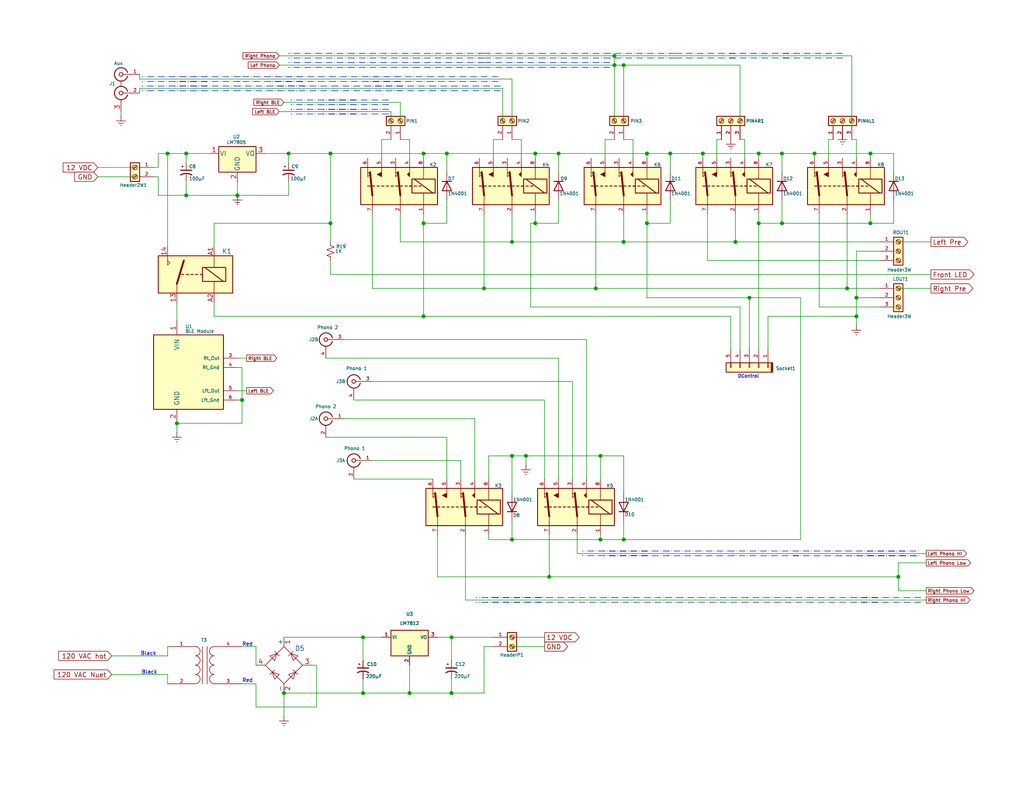
<source format=kicad_sch>
(kicad_sch (version 20250114) (generator "eeschema") (generator_version "9.0")
  (paper "USLetter")
  (lib_symbols
    (symbol "Conn_01x02_1" (pin_names (offset 1.016) (hide yes))
      (property "Reference" "PIN1" (at 2.286 -2.794 90))
      (symbol "Conn_01x02_1_1_1"
        (pin passive line (at -5.08 0 0) (length 3.81) (name "Pin_1") (number "1"))
        (pin passive line (at -5.08 -2.54 0) (length 3.81) (name "Pin_2") (number "2"))
      )
    )
    (symbol "Conn_Coaxial_x2_Isolated_1" (pin_names (offset 1.016) (hide yes))
      (property "Reference" "J1" (at -0.254 5.588 0))
      (property "Value" "Phono1" (at -0.3174 3.81 0))
      (symbol "Conn_Coaxial_x2_Isolated_1_1_1"
        (pin output line (at -5.08 0 0) (length 2.54) (name "In1") (number "1"))
        (pin passive line (at 0 -5.08 90) (length 2.54) (name "Ext1") (number "2"))
      )
      (symbol "Conn_Coaxial_x2_Isolated_1_2_1"
        (pin output line (at -5.08 0 0) (length 2.54) (name "In2") (number "3"))
        (pin passive line (at 0 -5.08 90) (length 2.54) (name "Ext2") (number "4"))
      )
    )
    (symbol "Connector:Conn_Coaxial_x2" (pin_names (offset 1.016) (hide yes))
      (property "Reference" "J3" (at 1.524 0 0))
      (property "Value" "Aux" (at -0.508 5.588 0))
      (symbol "Conn_Coaxial_x2_1_1"
        (pin passive line (at -5.08 2.54 0) (length 2.54) (name "IN1") (number "1"))
        (pin passive line (at -5.08 -2.54 0) (length 2.54) (name "IN2") (number "2"))
        (pin passive line (at 0 -7.62 90) (length 2.54) (name "EXT") (number "3"))
      )
    )
    (symbol "Connector:Conn_Coaxial_x2_Isolated" (pin_names (offset 1.016) (hide yes))
      (property "Reference" "J1" (at -0.254 5.588 0))
      (property "Value" "Phono1" (at -0.3174 3.81 0))
      (symbol "Conn_Coaxial_x2_Isolated_1_1"
        (pin output line (at -5.08 0 0) (length 2.54) (name "In1") (number "1"))
        (pin passive line (at 0 -5.08 90) (length 2.54) (name "Ext1") (number "2"))
      )
      (symbol "Conn_Coaxial_x2_Isolated_2_1"
        (pin output line (at -5.08 0 0) (length 2.54) (name "In2") (number "3"))
        (pin passive line (at 0 -5.08 90) (length 2.54) (name "Ext2") (number "4"))
      )
    )
    (symbol "Connector:Screw_Terminal_01x02" (pin_names (offset 1.016) (hide yes))
      (property "Reference" "Header2W" (at -3.302 -4.826 0))
      (symbol "Screw_Terminal_01x02_1_1"
        (pin passive line (at -5.08 0 0) (length 3.81) (name "Pin_1") (number "1"))
        (pin passive line (at -5.08 -2.54 0) (length 3.81) (name "Pin_2") (number "2"))
      )
    )
    (symbol "Connector:Screw_Terminal_01x03" (pin_names (offset 1.016) (hide yes))
      (property "Reference" "ROUT" (at -1.524 5.08 0))
      (property "Value" "Header3W" (at -3.048 -5.08 0))
      (symbol "Screw_Terminal_01x03_1_1"
        (pin passive line (at -5.08 2.54 0) (length 3.81) (name "Pin_1") (number "1"))
        (pin passive line (at -5.08 0 0) (length 3.81) (name "Pin_2") (number "2"))
        (pin passive line (at -5.08 -2.54 0) (length 3.81) (name "Pin_3") (number "3"))
      )
    )
    (symbol "Connector_keyed_kicad_sym:Conn_01x05" (pin_names (offset 1.016) (hide yes))
      (property "Reference" "J" (at -0.3703 7.2081 0))
      (property "Value" "Conn_01x05" (at 0 -7.62 0))
      (symbol "Conn_01x05_1_1"
        (pin passive line (at -5.08 5.08 0) (length 3.81) (name "Pin_1") (number "1"))
        (pin passive line (at -5.08 2.54 0) (length 3.81) (name "Pin_2") (number "2"))
        (pin passive line (at -5.08 0 0) (length 3.81) (name "Pin_3") (number "3"))
        (pin passive line (at -5.08 -2.54 0) (length 3.81) (name "Pin_4") (number "4"))
        (pin passive line (at -5.08 -5.08 0) (length 3.81) (name "Pin_5") (number "5"))
      )
    )
    (symbol "Device:C_Polarized_Small_US" (pin_numbers (hide yes)) (pin_names (offset 0.254) (hide yes))
      (property "Reference" "C" (at 0.254 1.778 0))
      (property "Value" "C_Polarized_Small_US" (at 0.254 -2.032 0))
      (symbol "C_Polarized_Small_US_1_1"
        (pin passive line (at 0 2.54 270) (length 2.032) (name "~") (number "1"))
        (pin passive line (at 0 -2.54 90) (length 2.032) (name "~") (number "2"))
      )
    )
    (symbol "Device:Transformer_1P_1S" (pin_names (offset 1.016) (hide yes))
      (property "Reference" "T2" (at 0.0127 7.62 0))
      (symbol "Transformer_1P_1S_1_1"
        (pin passive line (at -10.16 5.08 0) (length 7.62) (name "AA") (number "1"))
        (pin passive line (at -10.16 -5.08 0) (length 7.62) (name "AB") (number "2"))
        (pin passive line (at 10.16 5.08 180) (length 7.62) (name "SB") (number "4"))
        (pin passive line (at 10.16 -5.08 180) (length 7.62) (name "SA") (number "3"))
      )
    )
    (symbol "Diode:1N4001" (pin_numbers (hide yes)) (pin_names (hide yes))
      (property "Reference" "D" (at 0 2.54 0))
      (property "Value" "1N4001" (at 0 -2.54 0))
      (symbol "1N4001_1_1"
        (pin passive line (at -3.81 0 0) (length 2.54) (name "K") (number "1"))
        (pin passive line (at 3.81 0 180) (length 2.54) (name "A") (number "2"))
      )
    )
    (symbol "Diode_Bridge:ABS2" (pin_names (offset 0))
      (property "Reference" "D" (at 2.54 6.985 0))
      (property "Value" "ABS2" (at 2.54 5.08 0))
      (symbol "ABS2_1_1"
        (pin passive line (at -7.62 0 0) (length 2.54) (name "-") (number "2"))
        (pin passive line (at 0 7.62 270) (length 2.54) (name "~") (number "4"))
        (pin passive line (at 0 -7.62 90) (length 2.54) (name "~") (number "3"))
        (pin passive line (at 7.62 0 180) (length 2.54) (name "+") (number "1"))
      )
    )
    (symbol "JW2_2"
      (property "Reference" "K2" (at -12.192 4.318 0))
      (symbol "JW2_2_1_1"
        (pin passive line (at -6.35 7.62 270) (length 2.54) (name "~") (number "8"))
        (pin passive line (at -6.35 -7.62 90) (length 2.54) (name "~") (number "1"))
        (pin passive line (at -2.54 7.62 270) (length 2.54) (name "~") (number "4"))
        (pin passive line (at 0 -7.62 90) (length 2.54) (name "~") (number "2"))
        (pin passive line (at 1.27 7.62 270) (length 2.54) (name "~") (number "3"))
        (pin passive line (at 5.08 7.62 270) (length 2.54) (name "~") (number "5"))
        (pin passive line (at 7.62 -7.62 90) (length 2.54) (name "~") (number "7"))
        (pin passive line (at 8.89 7.62 270) (length 2.54) (name "~") (number "6"))
      )
    )
    (symbol "RF_Bluetooth:SPBTLE-RF" (pin_names (offset 1.016))
      (property "Reference" "U5" (at -9.144 11.176 0))
      (property "Value" "BLE Module" (at -9.144 9.906 0))
      (symbol "SPBTLE-RF_1_1"
        (pin power_in line (at -11.43 12.7 270) (length 3.81) (name "VIN") (number "1"))
        (pin power_in line (at -11.43 -15.24 90) (length 3.81) (name "GND") (number "2"))
        (pin output line (at 5.08 2.54 180) (length 3.81) (name "Rt_Out") (number "3"))
        (pin bidirectional line (at 5.08 0 180) (length 3.81) (name "Rt_Gnd") (number "4"))
        (pin output line (at 5.08 -6.35 180) (length 3.81) (name "Lft_Out") (number "5"))
        (pin bidirectional line (at 5.08 -8.89 180) (length 3.81) (name "Lft_Gnd") (number "6"))
      )
    )
    (symbol "Regulator_Linear:LM7805_TO220" (pin_names (offset 0.254))
      (property "Reference" "U" (at -3.81 3.175 0))
      (property "Value" "LM7805_TO220" (at 0 3.175 0))
      (symbol "LM7805_TO220_1_1"
        (pin power_in line (at -7.62 0 0) (length 2.54) (name "VI") (number "1"))
        (pin power_in line (at 0 -7.62 90) (length 2.54) (name "GND") (number "2"))
        (pin power_out line (at 7.62 0 180) (length 2.54) (name "VO") (number "3"))
      )
    )
    (symbol "Regulator_Linear:LM7812_TO220" (pin_names (offset 0.254))
      (property "Reference" "U4" (at 0 6.35 0))
      (property "Value" "LM7812" (at 0 3.81 0))
      (symbol "LM7812_TO220_1_1"
        (pin power_in line (at -7.62 0 0) (length 2.54) (name "VI") (number "1"))
        (pin power_in line (at 0 -7.62 90) (length 2.54) (name "GND") (number "2"))
        (pin power_out line (at 7.62 0 180) (length 2.54) (name "VO") (number "3"))
      )
    )
    (symbol "Relay:Fujitsu_FTR-LYAA005x"
      (property "Reference" "K" (at 11.43 3.81 0))
      (property "Value" "Fujitsu_FTR-LYAA005x" (at 11.43 1.27 0))
      (symbol "Fujitsu_FTR-LYAA005x_1_1"
        (pin passive line (at -5.08 7.62 270) (length 2.54) (name "~") (number "A1"))
        (pin passive line (at -5.08 -7.62 90) (length 2.54) (name "~") (number "A2"))
        (pin passive line (at 5.08 -7.62 90) (length 2.54) (name "~") (number "13"))
        (pin passive line (at 7.62 7.62 270) (length 2.54) (name "~") (number "14"))
      )
    )
    (symbol "Resistors:R_Small_US" (pin_numbers (hide yes)) (pin_names (offset 0.254) (hide yes))
      (property "Reference" "R" (at 0.762 0.508 0))
      (property "Value" "R_Small_US" (at 0.762 -1.016 0))
      (symbol "R_Small_US_1_1"
        (pin passive line (at 0 2.54 270) (length 1.016) (name "~") (number "1"))
        (pin passive line (at 0 -2.54 90) (length 1.016) (name "~") (number "2"))
      )
    )
    (symbol "Screw_Terminal_01x02_1" (pin_names (offset 1.016) (hide yes))
      (property "Reference" "PIN1" (at 2.286 -2.794 90))
      (symbol "Screw_Terminal_01x02_1_1_1"
        (pin passive line (at -5.08 0 0) (length 3.81) (name "Pin_1") (number "1"))
        (pin passive line (at -5.08 -2.54 0) (length 3.81) (name "Pin_2") (number "2"))
      )
    )
    (symbol "power:GNDREF" (power) (pin_numbers (hide yes)) (pin_names (offset 0) (hide yes))
      (property "Value" "GNDREF" (at 0 -3.81 0))
      (symbol "GNDREF_1_1"
        (pin power_in line (at 0 0 270) (length 0) (name "~") (number "1"))
      )
    )
  )
  (text "DControl" (at 204.216 102.87 0) (effects (font (size 0.889 0.889))))
  (text "Black" (at 38.354 178.562 0) (effects (font (size 1.016 1.016)) (justify left)))
  (text "Red" (at 66.04 176.022 0) (effects (font (size 1.016 1.016)) (justify left)))
  (text "Black" (at 38.608 183.642 0) (effects (font (size 1.016 1.016)) (justify left)))
  (text "Red" (at 66.04 185.928 0) (effects (font (size 1.016 1.016)) (justify left)))
  (junction (at 245.11 157.48))
  (junction (at 207.01 60.96))
  (junction (at 146.05 60.96))
  (junction (at 237.49 60.96))
  (junction (at 213.36 41.91))
  (junction (at 170.18 147.32))
  (junction (at 139.7 66.04))
  (junction (at 115.57 41.91))
  (junction (at 64.77 53.34))
  (junction (at 176.53 41.91))
  (junction (at 90.17 41.91))
  (junction (at 45.72 41.91))
  (junction (at 213.36 60.96))
  (junction (at 152.4 41.91))
  (junction (at 99.06 173.99))
  (junction (at 231.14 78.74))
  (junction (at 111.76 189.23))
  (junction (at 167.64 17.78))
  (junction (at 139.7 147.32))
  (junction (at 237.49 41.91))
  (junction (at 204.47 81.28))
  (junction (at 66.04 109.22))
  (junction (at 191.77 41.91))
  (junction (at 233.68 86.36))
  (junction (at 222.25 41.91))
  (junction (at 132.08 78.74))
  (junction (at 115.57 86.36))
  (junction (at 139.7 124.46))
  (junction (at 170.18 17.78))
  (junction (at 143.51 124.46))
  (junction (at 176.53 60.96))
  (junction (at 78.74 41.91))
  (junction (at 170.18 66.04))
  (junction (at 115.57 60.96))
  (junction (at 90.17 60.96))
  (junction (at 77.47 189.23))
  (junction (at 123.19 189.23))
  (junction (at 121.92 41.91))
  (junction (at 163.83 124.46))
  (junction (at 48.26 115.57))
  (junction (at 50.8 41.91))
  (junction (at 123.19 173.99))
  (junction (at 149.86 157.48))
  (junction (at 200.66 66.04))
  (junction (at 207.01 41.91))
  (junction (at 50.8 53.34))
  (junction (at 163.83 147.32))
  (junction (at 167.64 15.24))
  (junction (at 162.56 78.74))
  (junction (at 99.06 189.23))
  (junction (at 182.88 41.91))
  (junction (at 146.05 41.91))
  (junction (at 233.68 81.28))
  (polyline (pts (xy 92.075 23.495) (xy 74.295 23.495)) (stroke (width 0) (type dash_dot)))
  (wire (pts (xy 218.44 147.32) (xy 218.44 81.28)))
  (wire (pts (xy 201.93 17.78) (xy 201.93 33.02)))
  (wire (pts (xy 176.53 41.91) (xy 176.53 43.18)))
  (wire (pts (xy 233.68 86.36) (xy 233.68 88.9)))
  (wire (pts (xy 139.7 66.04) (xy 170.18 66.04)))
  (wire (pts (xy 88.9 119.38) (xy 121.92 119.38)))
  (wire (pts (xy 115.57 86.36) (xy 199.39 86.36)))
  (polyline (pts (xy 65.405 24.765) (xy 47.625 24.765)) (stroke (width 0) (type dash_dot)))
  (polyline (pts (xy 132.0748 17.1004) (xy 114.2948 17.1004)) (stroke (width 0) (type dash_dot)))
  (polyline (pts (xy 184.1448 14.5604) (xy 166.3648 14.5604)) (stroke (width 0) (type dash_dot)))
  (wire (pts (xy 106.68 30.48) (xy 106.68 33.02)))
  (polyline (pts (xy 236.6826 151.7376) (xy 251.2876 151.7376)) (stroke (width 0) (type dash_dot)))
  (polyline (pts (xy 166.3648 15.8304) (xy 148.5848 15.8304)) (stroke (width 0) (type dash_dot)))
  (wire (pts (xy 139.7 38.1) (xy 142.24 38.1)))
  (wire (pts (xy 163.83 147.32) (xy 170.18 147.32)))
  (wire (pts (xy 129.54 114.3) (xy 129.54 130.81)))
  (wire (pts (xy 218.44 81.28) (xy 204.47 81.28)))
  (wire (pts (xy 58.42 60.96) (xy 90.17 60.96)))
  (wire (pts (xy 90.17 71.12) (xy 90.17 74.93)))
  (polyline (pts (xy 106.045 29.845) (xy 88.265 29.845)) (stroke (width 0) (type dash_dot)))
  (wire (pts (xy 64.77 100.33) (xy 66.04 100.33)))
  (wire (pts (xy 69.85 176.53) (xy 69.85 181.61)))
  (wire (pts (xy 50.8 53.34) (xy 43.18 53.34)))
  (polyline (pts (xy 148.5848 18.3704) (xy 130.8048 18.3704)) (stroke (width 0) (type dash_dot)))
  (wire (pts (xy 200.66 66.04) (xy 240.03 66.04)))
  (wire (pts (xy 245.11 161.29) (xy 252.73 161.29)))
  (wire (pts (xy 26.67 45.72) (xy 36.83 45.72)))
  (polyline (pts (xy 184.1448 15.8304) (xy 166.3648 15.8304)) (stroke (width 0) (type dash_dot)))
  (wire (pts (xy 134.62 38.1) (xy 137.16 38.1)))
  (wire (pts (xy 143.51 124.46) (xy 163.83 124.46)))
  (wire (pts (xy 139.7 176.53) (xy 148.59 176.53)))
  (polyline (pts (xy 96.5148 18.3704) (xy 78.7348 18.3704)) (stroke (width 0) (type dash_dot)))
  (wire (pts (xy 77.47 173.99) (xy 99.06 173.99)))
  (polyline (pts (xy 109.855 24.765) (xy 92.075 24.765)) (stroke (width 0) (type dash_dot)))
  (wire (pts (xy 146.05 58.42) (xy 146.05 60.96)))
  (wire (pts (xy 99.06 189.23) (xy 111.76 189.23)))
  (wire (pts (xy 146.05 60.96) (xy 152.4 60.96)))
  (wire (pts (xy 139.7 21.59) (xy 139.7 33.02)))
  (wire (pts (xy 50.8 41.91) (xy 57.15 41.91)))
  (wire (pts (xy 213.36 46.99) (xy 213.36 41.91)))
  (wire (pts (xy 233.68 81.28) (xy 240.03 81.28)))
  (wire (pts (xy 237.49 60.96) (xy 243.84 60.96)))
  (polyline (pts (xy 182.551 150.4488) (xy 164.771 150.4488)) (stroke (width 0) (type dash_dot)))
  (wire (pts (xy 45.72 176.53) (xy 45.72 179.07)))
  (polyline (pts (xy 229.5963 151.7264) (xy 216.4176 151.7264)) (stroke (width 0) (type dash_dot)))
  (polyline (pts (xy 166.3648 17.1004) (xy 148.5848 17.1004)) (stroke (width 0) (type dash_dot)))
  (wire (pts (xy 64.77 53.34) (xy 78.74 53.34)))
  (wire (pts (xy 78.74 49.53) (xy 78.74 53.34)))
  (wire (pts (xy 167.64 15.24) (xy 167.64 17.78)))
  (polyline (pts (xy 56.515 22.225) (xy 38.735 22.225)) (stroke (width 0) (type dash_dot)))
  (wire (pts (xy 165.1 38.1) (xy 165.1 43.18)))
  (wire (pts (xy 196.85 38.1) (xy 195.58 38.1)))
  (polyline (pts (xy 251.2271 163.1587) (xy 233.4471 163.1587)) (stroke (width 0) (type dash_dot)))
  (polyline (pts (xy 200.1813 150.4504) (xy 182.4013 150.4504)) (stroke (width 0) (type dash_dot)))
  (wire (pts (xy 162.56 78.74) (xy 231.14 78.74)))
  (wire (pts (xy 139.7 58.42) (xy 139.7 66.04)))
  (wire (pts (xy 170.18 142.24) (xy 170.18 147.32)))
  (wire (pts (xy 43.18 48.26) (xy 43.18 53.34)))
  (wire (pts (xy 149.86 146.05) (xy 149.86 157.48)))
  (wire (pts (xy 207.01 58.42) (xy 207.01 60.96)))
  (wire (pts (xy 182.88 41.91) (xy 182.88 46.99)))
  (wire (pts (xy 144.78 60.96) (xy 144.78 83.82)))
  (wire (pts (xy 134.62 43.18) (xy 134.62 38.1)))
  (wire (pts (xy 233.68 38.1) (xy 233.68 43.18)))
  (wire (pts (xy 99.06 173.99) (xy 99.06 180.34)))
  (wire (pts (xy 157.48 151.13) (xy 252.73 151.13)))
  (wire (pts (xy 38.1 24.13) (xy 38.1 25.4)))
  (wire (pts (xy 64.77 53.34) (xy 64.77 55.88)))
  (polyline (pts (xy 166.3648 18.3704) (xy 148.5848 18.3704)) (stroke (width 0) (type dash_dot)))
  (wire (pts (xy 121.92 41.91) (xy 146.05 41.91)))
  (wire (pts (xy 207.01 41.91) (xy 213.36 41.91)))
  (wire (pts (xy 156.21 104.14) (xy 156.21 130.81)))
  (wire (pts (xy 43.18 41.91) (xy 45.72 41.91)))
  (wire (pts (xy 77.47 189.23) (xy 99.06 189.23)))
  (wire (pts (xy 231.14 78.74) (xy 231.14 58.42)))
  (wire (pts (xy 182.88 41.91) (xy 191.77 41.91)))
  (wire (pts (xy 133.35 147.32) (xy 139.7 147.32)))
  (wire (pts (xy 38.1 21.59) (xy 38.1 20.32)))
  (polyline (pts (xy 91.44 20.955) (xy 73.66 20.955)) (stroke (width 0) (type dash_dot)))
  (wire (pts (xy 160.02 130.81) (xy 160.02 92.71)))
  (wire (pts (xy 209.55 86.36) (xy 209.55 95.25)))
  (wire (pts (xy 86.36 193.04) (xy 86.36 181.61)))
  (wire (pts (xy 134.62 176.53) (xy 132.08 176.53)))
  (wire (pts (xy 111.76 189.23) (xy 123.19 189.23)))
  (wire (pts (xy 237.49 58.42) (xy 237.49 60.96)))
  (wire (pts (xy 182.88 54.61) (xy 182.88 60.96)))
  (wire (pts (xy 69.85 193.04) (xy 86.36 193.04)))
  (wire (pts (xy 96.52 130.81) (xy 118.11 130.81)))
  (wire (pts (xy 125.73 125.73) (xy 125.73 130.81)))
  (polyline (pts (xy 91.44 22.225) (xy 73.66 22.225)) (stroke (width 0) (type dash_dot)))
  (polyline (pts (xy 96.5148 14.5604) (xy 78.7348 14.5604)) (stroke (width 0) (type dash_dot)))
  (polyline (pts (xy 217.9613 151.7204) (xy 200.1813 151.7204)) (stroke (width 0) (type dash_dot)))
  (polyline (pts (xy 114.2948 17.1004) (xy 96.5148 17.1004)) (stroke (width 0) (type dash_dot)))
  (wire (pts (xy 133.35 130.81) (xy 133.35 124.46)))
  (polyline (pts (xy 56.515 24.765) (xy 38.735 24.765)) (stroke (width 0) (type dash_dot)))
  (wire (pts (xy 167.64 17.78) (xy 170.18 17.78)))
  (wire (pts (xy 203.2 38.1) (xy 203.2 43.18)))
  (wire (pts (xy 209.55 86.36) (xy 233.68 86.36)))
  (polyline (pts (xy 92.075 24.765) (xy 74.295 24.765)) (stroke (width 0) (type dash_dot)))
  (polyline (pts (xy 150.6513 164.4204) (xy 132.8713 164.4204)) (stroke (width 0) (type dash_dot)))
  (wire (pts (xy 101.6 78.74) (xy 132.08 78.74)))
  (wire (pts (xy 48.26 115.57) (xy 66.04 115.57)))
  (wire (pts (xy 170.18 17.78) (xy 170.18 33.02)))
  (wire (pts (xy 132.08 58.42) (xy 132.08 78.74)))
  (wire (pts (xy 199.39 95.25) (xy 199.39 86.36)))
  (wire (pts (xy 58.42 67.31) (xy 58.42 60.96)))
  (wire (pts (xy 245.11 157.48) (xy 245.11 161.29)))
  (polyline (pts (xy 186.2113 164.4204) (xy 168.4313 164.4204)) (stroke (width 0) (type dash_dot)))
  (polyline (pts (xy 166.3648 14.5604) (xy 148.5848 14.5604)) (stroke (width 0) (type dash_dot)))
  (wire (pts (xy 30.48 179.07) (xy 45.72 179.07)))
  (wire (pts (xy 90.17 41.91) (xy 90.17 60.96)))
  (wire (pts (xy 66.04 109.22) (xy 66.04 115.57)))
  (wire (pts (xy 115.57 58.42) (xy 115.57 60.96)))
  (wire (pts (xy 207.01 60.96) (xy 207.01 95.25)))
  (wire (pts (xy 240.03 71.12) (xy 193.04 71.12)))
  (wire (pts (xy 163.83 124.46) (xy 170.18 124.46)))
  (wire (pts (xy 72.39 41.91) (xy 78.74 41.91)))
  (polyline (pts (xy 148.5848 17.1004) (xy 130.8048 17.1004)) (stroke (width 0) (type dash_dot)))
  (wire (pts (xy 45.72 41.91) (xy 45.72 67.31)))
  (wire (pts (xy 232.41 38.1) (xy 233.68 38.1)))
  (wire (pts (xy 133.35 124.46) (xy 139.7 124.46)))
  (polyline (pts (xy 176.6619 151.7037) (xy 158.8819 151.7037)) (stroke (width 0) (type dash_dot)))
  (wire (pts (xy 231.14 78.74) (xy 240.03 78.74)))
  (polyline (pts (xy 106.045 31.115) (xy 88.265 31.115)) (stroke (width 0) (type dash_dot)))
  (polyline (pts (xy 118.11 22.225) (xy 100.33 22.225)) (stroke (width 0) (type dash_dot)))
  (wire (pts (xy 123.19 180.34) (xy 123.19 173.99)))
  (wire (pts (xy 133.35 146.05) (xy 133.35 147.32)))
  (wire (pts (xy 201.93 83.82) (xy 201.93 95.25)))
  (wire (pts (xy 76.2 15.24) (xy 167.64 15.24)))
  (polyline (pts (xy 215.317 15.8212) (xy 198.807 15.8212)) (stroke (width 0) (type dash_dot)))
  (wire (pts (xy 139.7 124.46) (xy 139.7 134.62)))
  (polyline (pts (xy 82.55 22.225) (xy 64.77 22.225)) (stroke (width 0) (type dash_dot)))
  (wire (pts (xy 115.57 41.91) (xy 115.57 43.18)))
  (wire (pts (xy 119.38 146.05) (xy 119.38 157.48)))
  (polyline (pts (xy 83.185 24.765) (xy 65.405 24.765)) (stroke (width 0) (type dash_dot)))
  (polyline (pts (xy 132.0748 14.5604) (xy 114.2948 14.5604)) (stroke (width 0) (type dash_dot)))
  (wire (pts (xy 123.19 173.99) (xy 134.62 173.99)))
  (wire (pts (xy 152.4 41.91) (xy 176.53 41.91)))
  (polyline (pts (xy 150.6513 163.1504) (xy 132.8713 163.1504)) (stroke (width 0) (type dash_dot)))
  (wire (pts (xy 163.83 124.46) (xy 163.83 130.81)))
  (wire (pts (xy 90.17 60.96) (xy 90.17 66.04)))
  (wire (pts (xy 96.52 109.22) (xy 148.59 109.22)))
  (polyline (pts (xy 200.1813 151.7204) (xy 182.4013 151.7204)) (stroke (width 0) (type dash_dot)))
  (polyline (pts (xy 247.1491 151.7342) (xy 229.3691 151.7342)) (stroke (width 0) (type dash_dot)))
  (wire (pts (xy 176.53 60.96) (xy 182.88 60.96)))
  (wire (pts (xy 170.18 58.42) (xy 170.18 66.04)))
  (polyline (pts (xy 251.2373 164.4341) (xy 233.4573 164.4341)) (stroke (width 0) (type dash_dot)))
  (wire (pts (xy 48.26 115.57) (xy 48.26 118.11)))
  (polyline (pts (xy 135.89 20.955) (xy 118.11 20.955)) (stroke (width 0) (type dash_dot)))
  (wire (pts (xy 245.11 153.67) (xy 245.11 157.48)))
  (polyline (pts (xy 132.0748 15.8304) (xy 114.2948 15.8304)) (stroke (width 0) (type dash_dot)))
  (polyline (pts (xy 182.551 151.719) (xy 164.771 151.719)) (stroke (width 0) (type dash_dot)))
  (wire (pts (xy 152.4 54.61) (xy 152.4 60.96)))
  (wire (pts (xy 58.42 86.36) (xy 115.57 86.36)))
  (wire (pts (xy 176.53 58.42) (xy 176.53 60.96)))
  (polyline (pts (xy 109.22 22.225) (xy 91.44 22.225)) (stroke (width 0) (type dash_dot)))
  (wire (pts (xy 132.08 78.74) (xy 162.56 78.74)))
  (wire (pts (xy 45.72 41.91) (xy 50.8 41.91)))
  (polyline (pts (xy 176.6772 150.4488) (xy 158.8972 150.4488)) (stroke (width 0) (type dash_dot)))
  (wire (pts (xy 233.68 68.58) (xy 233.68 81.28)))
  (wire (pts (xy 64.77 49.53) (xy 64.77 53.34)))
  (wire (pts (xy 101.6 58.42) (xy 101.6 78.74)))
  (polyline (pts (xy 250.028 151.7416) (xy 232.6001 151.7416)) (stroke (width 0) (type dash_dot)))
  (wire (pts (xy 222.25 41.91) (xy 237.49 41.91)))
  (wire (pts (xy 170.18 66.04) (xy 200.66 66.04)))
  (polyline (pts (xy 147.7207 163.1493) (xy 129.9407 163.1493)) (stroke (width 0) (type dash_dot)))
  (wire (pts (xy 243.84 54.61) (xy 243.84 60.96)))
  (wire (pts (xy 191.77 41.91) (xy 207.01 41.91)))
  (polyline (pts (xy 114.2948 18.3704) (xy 96.5148 18.3704)) (stroke (width 0) (type dash_dot)))
  (wire (pts (xy 139.7 142.24) (xy 139.7 147.32)))
  (wire (pts (xy 64.77 97.79) (xy 67.31 97.79)))
  (wire (pts (xy 121.92 41.91) (xy 121.92 46.99)))
  (wire (pts (xy 148.59 109.22) (xy 148.59 130.81)))
  (wire (pts (xy 157.48 146.05) (xy 157.48 151.13)))
  (wire (pts (xy 26.67 48.26) (xy 36.83 48.26)))
  (polyline (pts (xy 203.9913 164.4204) (xy 186.2113 164.4204)) (stroke (width 0) (type dash_dot)))
  (wire (pts (xy 176.53 41.91) (xy 182.88 41.91)))
  (polyline (pts (xy 109.855 23.495) (xy 92.075 23.495)) (stroke (width 0) (type dash_dot)))
  (wire (pts (xy 237.49 41.91) (xy 243.84 41.91)))
  (polyline (pts (xy 132.0748 18.3704) (xy 114.2948 18.3704)) (stroke (width 0) (type dash_dot)))
  (polyline (pts (xy 229.9405 15.8212) (xy 213.4305 15.8212)) (stroke (width 0) (type dash_dot)))
  (wire (pts (xy 213.36 54.61) (xy 213.36 60.96)))
  (wire (pts (xy 222.25 41.91) (xy 222.25 43.18)))
  (wire (pts (xy 176.53 81.28) (xy 204.47 81.28)))
  (wire (pts (xy 123.19 185.42) (xy 123.19 189.23)))
  (wire (pts (xy 104.14 43.18) (xy 104.14 38.1)))
  (wire (pts (xy 200.66 58.42) (xy 200.66 66.04)))
  (polyline (pts (xy 106.045 27.305) (xy 88.265 27.305)) (stroke (width 0) (type dash_dot)))
  (wire (pts (xy 33.02 30.48) (xy 33.02 31.75)))
  (wire (pts (xy 195.58 38.1) (xy 195.58 43.18)))
  (wire (pts (xy 86.36 181.61) (xy 85.09 181.61)))
  (polyline (pts (xy 229.8906 14.5586) (xy 213.3806 14.5586)) (stroke (width 0) (type dash_dot)))
  (polyline (pts (xy 97.155 27.305) (xy 79.375 27.305)) (stroke (width 0) (type dash_dot)))
  (wire (pts (xy 41.91 48.26) (xy 43.18 48.26)))
  (wire (pts (xy 66.04 186.69) (xy 69.85 186.69)))
  (wire (pts (xy 163.83 146.05) (xy 163.83 147.32)))
  (polyline (pts (xy 96.5148 17.1004) (xy 78.7348 17.1004)) (stroke (width 0) (type dash_dot)))
  (polyline (pts (xy 236.5602 150.4497) (xy 251.1652 150.4497)) (stroke (width 0) (type dash_dot)))
  (wire (pts (xy 162.56 58.42) (xy 162.56 78.74)))
  (polyline (pts (xy 136.525 24.765) (xy 118.745 24.765)) (stroke (width 0) (type dash_dot)))
  (wire (pts (xy 139.7 124.46) (xy 143.51 124.46)))
  (wire (pts (xy 76.2 17.78) (xy 167.64 17.78)))
  (wire (pts (xy 152.4 130.81) (xy 152.4 97.79)))
  (polyline (pts (xy 65.405 23.495) (xy 47.625 23.495)) (stroke (width 0) (type dash_dot)))
  (wire (pts (xy 104.14 38.1) (xy 106.68 38.1)))
  (polyline (pts (xy 221.7713 163.1504) (xy 203.9913 163.1504)) (stroke (width 0) (type dash_dot)))
  (polyline (pts (xy 96.5148 15.8304) (xy 78.7348 15.8304)) (stroke (width 0) (type dash_dot)))
  (wire (pts (xy 115.57 41.91) (xy 121.92 41.91)))
  (wire (pts (xy 223.52 83.82) (xy 240.03 83.82)))
  (wire (pts (xy 101.6 125.73) (xy 125.73 125.73)))
  (wire (pts (xy 66.04 176.53) (xy 69.85 176.53)))
  (wire (pts (xy 99.06 185.42) (xy 99.06 189.23)))
  (polyline (pts (xy 118.11 20.955) (xy 100.33 20.955)) (stroke (width 0) (type dash_dot)))
  (wire (pts (xy 213.36 41.91) (xy 222.25 41.91)))
  (polyline (pts (xy 56.515 23.495) (xy 38.735 23.495)) (stroke (width 0) (type dash_dot)))
  (polyline (pts (xy 83.185 23.495) (xy 65.405 23.495)) (stroke (width 0) (type dash_dot)))
  (wire (pts (xy 58.42 82.55) (xy 58.42 86.36)))
  (wire (pts (xy 50.8 53.34) (xy 64.77 53.34)))
  (wire (pts (xy 90.17 74.93) (xy 254 74.93)))
  (polyline (pts (xy 106.045 28.575) (xy 88.265 28.575)) (stroke (width 0) (type dash_dot)))
  (wire (pts (xy 204.47 81.28) (xy 204.47 95.25)))
  (wire (pts (xy 207.01 41.91) (xy 207.01 43.18)))
  (polyline (pts (xy 239.5513 164.4204) (xy 221.7713 164.4204)) (stroke (width 0) (type dash_dot)))
  (wire (pts (xy 45.72 184.15) (xy 45.72 186.69)))
  (wire (pts (xy 146.05 41.91) (xy 152.4 41.91)))
  (wire (pts (xy 232.41 15.24) (xy 232.41 33.02)))
  (polyline (pts (xy 97.155 31.115) (xy 79.375 31.115)) (stroke (width 0) (type dash_dot)))
  (wire (pts (xy 213.36 60.96) (xy 237.49 60.96)))
  (wire (pts (xy 144.78 60.96) (xy 146.05 60.96)))
  (wire (pts (xy 78.74 41.91) (xy 78.74 44.45)))
  (wire (pts (xy 127 146.05) (xy 127 163.83)))
  (polyline (pts (xy 109.22 20.955) (xy 91.44 20.955)) (stroke (width 0) (type dash_dot)))
  (wire (pts (xy 48.26 82.55) (xy 48.26 87.63)))
  (wire (pts (xy 93.98 114.3) (xy 129.54 114.3)))
  (polyline (pts (xy 114.2948 15.8304) (xy 96.5148 15.8304)) (stroke (width 0) (type dash_dot)))
  (polyline (pts (xy 203.9913 163.1504) (xy 186.2113 163.1504)) (stroke (width 0) (type dash_dot)))
  (wire (pts (xy 170.18 134.62) (xy 170.18 124.46)))
  (wire (pts (xy 229.87 38.1) (xy 229.87 36.83)))
  (wire (pts (xy 165.1 38.1) (xy 167.64 38.1)))
  (polyline (pts (xy 221.7713 164.4204) (xy 203.9913 164.4204)) (stroke (width 0) (type dash_dot)))
  (wire (pts (xy 233.68 81.28) (xy 233.68 86.36)))
  (wire (pts (xy 170.18 38.1) (xy 172.72 38.1)))
  (wire (pts (xy 111.76 38.1) (xy 109.22 38.1)))
  (wire (pts (xy 167.64 15.24) (xy 232.41 15.24)))
  (wire (pts (xy 76.2 30.48) (xy 106.68 30.48)))
  (polyline (pts (xy 135.89 22.225) (xy 118.11 22.225)) (stroke (width 0) (type dash_dot)))
  (wire (pts (xy 193.04 71.12) (xy 193.04 58.42)))
  (wire (pts (xy 99.06 173.99) (xy 104.14 173.99)))
  (polyline (pts (xy 97.155 28.575) (xy 79.375 28.575)) (stroke (width 0) (type dash_dot)))
  (wire (pts (xy 64.77 106.68) (xy 67.31 106.68)))
  (wire (pts (xy 226.06 38.1) (xy 227.33 38.1)))
  (wire (pts (xy 152.4 46.99) (xy 152.4 41.91)))
  (polyline (pts (xy 200.6548 15.8304) (xy 184.1448 15.8304)) (stroke (width 0) (type dash_dot)))
  (wire (pts (xy 240.03 68.58) (xy 233.68 68.58)))
  (polyline (pts (xy 200.6548 14.5604) (xy 184.1448 14.5604)) (stroke (width 0) (type dash_dot)))
  (wire (pts (xy 243.84 46.99) (xy 243.84 41.91)))
  (polyline (pts (xy 114.2948 14.5604) (xy 96.5148 14.5604)) (stroke (width 0) (type dash_dot)))
  (wire (pts (xy 38.1 24.13) (xy 137.16 24.13)))
  (wire (pts (xy 109.22 58.42) (xy 109.22 66.04)))
  (wire (pts (xy 123.19 189.23) (xy 132.08 189.23)))
  (wire (pts (xy 172.72 38.1) (xy 172.72 43.18)))
  (wire (pts (xy 127 163.83) (xy 252.73 163.83)))
  (wire (pts (xy 111.76 181.61) (xy 111.76 189.23)))
  (wire (pts (xy 143.51 124.46) (xy 143.51 127)))
  (polyline (pts (xy 65.405 22.225) (xy 47.625 22.225)) (stroke (width 0) (type dash_dot)))
  (polyline (pts (xy 148.5848 14.5604) (xy 130.8048 14.5604)) (stroke (width 0) (type dash_dot)))
  (polyline (pts (xy 239.5513 163.1504) (xy 221.7713 163.1504)) (stroke (width 0) (type dash_dot)))
  (wire (pts (xy 38.1 21.59) (xy 139.7 21.59)))
  (wire (pts (xy 223.52 58.42) (xy 223.52 83.82)))
  (polyline (pts (xy 136.525 23.495) (xy 118.745 23.495)) (stroke (width 0) (type dash_dot)))
  (wire (pts (xy 139.7 173.99) (xy 148.59 173.99)))
  (wire (pts (xy 30.48 184.15) (xy 45.72 184.15)))
  (wire (pts (xy 144.78 83.82) (xy 201.93 83.82)))
  (wire (pts (xy 101.6 104.14) (xy 156.21 104.14)))
  (wire (pts (xy 109.22 27.94) (xy 109.22 33.02)))
  (wire (pts (xy 119.38 173.99) (xy 123.19 173.99)))
  (polyline (pts (xy 118.745 23.495) (xy 100.965 23.495)) (stroke (width 0) (type dash_dot)))
  (wire (pts (xy 77.47 189.23) (xy 77.47 195.58)))
  (wire (pts (xy 121.92 119.38) (xy 121.92 130.81)))
  (polyline (pts (xy 82.55 20.955) (xy 64.77 20.955)) (stroke (width 0) (type dash_dot)))
  (wire (pts (xy 142.24 43.18) (xy 142.24 38.1)))
  (polyline (pts (xy 229.5871 150.4486) (xy 218.3134 150.4486)) (stroke (width 0) (type dash_dot)))
  (wire (pts (xy 132.08 176.53) (xy 132.08 189.23)))
  (wire (pts (xy 50.8 41.91) (xy 50.8 44.45)))
  (wire (pts (xy 170.18 147.32) (xy 218.44 147.32)))
  (polyline (pts (xy 217.9613 150.4504) (xy 200.1813 150.4504)) (stroke (width 0) (type dash_dot)))
  (wire (pts (xy 115.57 60.96) (xy 115.57 86.36)))
  (wire (pts (xy 226.06 38.1) (xy 226.06 43.18)))
  (wire (pts (xy 139.7 147.32) (xy 163.83 147.32)))
  (wire (pts (xy 78.74 41.91) (xy 90.17 41.91)))
  (polyline (pts (xy 168.4313 164.4204) (xy 150.6513 164.4204)) (stroke (width 0) (type dash_dot)))
  (wire (pts (xy 245.11 78.74) (xy 254 78.74)))
  (wire (pts (xy 149.86 157.48) (xy 245.11 157.48)))
  (wire (pts (xy 191.77 41.91) (xy 191.77 43.18)))
  (wire (pts (xy 146.05 41.91) (xy 146.05 43.18)))
  (polyline (pts (xy 97.155 29.845) (xy 79.375 29.845)) (stroke (width 0) (type dash_dot)))
  (wire (pts (xy 167.64 17.78) (xy 167.64 33.02)))
  (wire (pts (xy 90.17 41.91) (xy 115.57 41.91)))
  (wire (pts (xy 207.01 60.96) (xy 213.36 60.96)))
  (wire (pts (xy 50.8 49.53) (xy 50.8 53.34)))
  (wire (pts (xy 43.18 41.91) (xy 43.18 45.72)))
  (polyline (pts (xy 186.2113 163.1504) (xy 168.4313 163.1504)) (stroke (width 0) (type dash_dot)))
  (polyline (pts (xy 247.015 150.4486) (xy 229.5871 150.4486)) (stroke (width 0) (type dash_dot)))
  (wire (pts (xy 245.11 153.67) (xy 252.73 153.67)))
  (wire (pts (xy 66.04 100.33) (xy 66.04 109.22)))
  (polyline (pts (xy 56.515 20.955) (xy 38.735 20.955)) (stroke (width 0) (type dash_dot)))
  (wire (pts (xy 201.93 38.1) (xy 203.2 38.1)))
  (wire (pts (xy 88.9 97.79) (xy 152.4 97.79)))
  (wire (pts (xy 77.47 27.94) (xy 109.22 27.94)))
  (wire (pts (xy 121.92 54.61) (xy 121.92 60.96)))
  (polyline (pts (xy 148.5848 15.8304) (xy 130.8048 15.8304)) (stroke (width 0) (type dash_dot)))
  (wire (pts (xy 170.18 17.78) (xy 201.93 17.78)))
  (wire (pts (xy 119.38 157.48) (xy 149.86 157.48)))
  (wire (pts (xy 41.91 45.72) (xy 43.18 45.72)))
  (polyline (pts (xy 215.2671 14.5586) (xy 198.7571 14.5586)) (stroke (width 0) (type dash_dot)))
  (wire (pts (xy 237.49 41.91) (xy 237.49 43.18)))
  (wire (pts (xy 69.85 186.69) (xy 69.85 193.04)))
  (polyline (pts (xy 168.4313 163.1504) (xy 150.6513 163.1504)) (stroke (width 0) (type dash_dot)))
  (wire (pts (xy 245.11 66.04) (xy 254 66.04)))
  (wire (pts (xy 115.57 60.96) (xy 121.92 60.96)))
  (polyline (pts (xy 147.7207 164.4349) (xy 129.9407 164.4349)) (stroke (width 0) (type dash_dot)))
  (wire (pts (xy 93.98 92.71) (xy 160.02 92.71)))
  (wire (pts (xy 64.77 109.22) (xy 66.04 109.22)))
  (polyline (pts (xy 65.405 20.955) (xy 47.625 20.955)) (stroke (width 0) (type dash_dot)))
  (wire (pts (xy 176.53 60.96) (xy 176.53 81.28)))
  (wire (pts (xy 111.76 43.18) (xy 111.76 38.1)))
  (wire (pts (xy 109.22 66.04) (xy 139.7 66.04)))
  (wire (pts (xy 137.16 24.13) (xy 137.16 33.02)))
  (polyline (pts (xy 118.745 24.765) (xy 100.965 24.765)) (stroke (width 0) (type dash_dot)))
  (global_label "120 VAC Nuet" (shape input) (at 30.48 184.15 180) (property "Intersheetrefs" "${INTERSHEET_REFS}" (effects (hide yes))))
  (global_label "Right Phono Hi" (shape output) (at 252.73 163.83 0) (effects (font (size 0.889 0.889))) (property "Intersheetrefs" "${INTERSHEET_REFS}" (effects (hide yes))))
  (global_label "Left Phono Hi" (shape output) (at 252.73 151.13 0) (effects (font (size 0.889 0.889))) (property "Intersheetrefs" "${INTERSHEET_REFS}" (effects (hide yes))))
  (global_label "12 VDC" (shape output) (at 148.59 173.99 0) (property "Intersheetrefs" "${INTERSHEET_REFS}" (effects (hide yes))))
  (global_label "Right BLE" (shape output) (at 67.31 97.79 0) (effects (font (size 0.889 0.889))) (property "Intersheetrefs" "${INTERSHEET_REFS}" (effects (hide yes))))
  (global_label "Right Pre" (shape output) (at 254 78.74 0) (property "Intersheetrefs" "${INTERSHEET_REFS}" (effects (hide yes))))
  (global_label "Right BLE" (shape input) (at 77.47 27.94 180) (effects (font (size 0.889 0.889))) (property "Intersheetrefs" "${INTERSHEET_REFS}" (effects (hide yes))))
  (global_label "Left Pre" (shape output) (at 254 66.04 0) (property "Intersheetrefs" "${INTERSHEET_REFS}" (effects (hide yes))))
  (global_label "Left BLE" (shape output) (at 67.31 106.68 0) (effects (font (size 0.889 0.889))) (property "Intersheetrefs" "${INTERSHEET_REFS}" (effects (hide yes))))
  (global_label "Front LED" (shape output) (at 254 74.93 0) (property "Intersheetrefs" "${INTERSHEET_REFS}" (effects (hide yes))))
  (global_label "Lef Phono" (shape input) (at 76.2 17.78 180) (effects (font (size 0.889 0.889))) (property "Intersheetrefs" "${INTERSHEET_REFS}" (effects (hide yes))))
  (global_label "Right Phono Low" (shape output) (at 252.73 161.29 0) (effects (font (size 0.889 0.889))) (property "Intersheetrefs" "${INTERSHEET_REFS}" (effects (hide yes))))
  (global_label "Left Phono Low" (shape output) (at 252.73 153.67 0) (effects (font (size 0.889 0.889))) (property "Intersheetrefs" "${INTERSHEET_REFS}" (effects (hide yes))))
  (global_label "120 VAC hot" (shape input) (at 30.48 179.07 180) (property "Intersheetrefs" "${INTERSHEET_REFS}" (effects (hide yes))))
  (global_label "Right Phono" (shape input) (at 76.2 15.24 180) (effects (font (size 0.889 0.889))) (property "Intersheetrefs" "${INTERSHEET_REFS}" (effects (hide yes))))
  (global_label "Left BLE" (shape input) (at 76.2 30.48 180) (effects (font (size 0.889 0.889))) (property "Intersheetrefs" "${INTERSHEET_REFS}" (effects (hide yes))))
  (global_label "GND" (shape output) (at 148.59 176.53 0) (property "Intersheetrefs" "${INTERSHEET_REFS}" (effects (hide yes))))
  (global_label "12 VDC" (shape input) (at 26.67 45.72 180) (property "Intersheetrefs" "${INTERSHEET_REFS}" (effects (hide yes))))
  (global_label "GND" (shape input) (at 26.67 48.26 180) (property "Intersheetrefs" "${INTERSHEET_REFS}" (effects (hide yes))))
  (symbol (lib_id "power:GNDREF") (at 64.77 53.34 0) (unit 1)
    (property "Reference" "#PWR07" (effects (hide yes)))
    (property "Value" "GNDREF" (effects (hide yes)))
    (property "Description" "Power symbol creates a global label with name \"GNDREF\" , reference supply ground" (effects (hide yes)))
  )
  (symbol (lib_id "power:GNDREF") (at 77.47 195.58 0) (unit 1)
    (property "Reference" "#PWR015" (effects (hide yes)))
    (property "Value" "GNDREF" (effects (hide yes)))
    (property "Description" "Power symbol creates a global label with name \"GNDREF\" , reference supply ground" (effects (hide yes)))
  )
  (symbol (lib_id "Device:C_Polarized_Small_US") (at 99.06 182.88 0) (unit 1)
    (property "Reference" "C10" (at 100.076 181.356 0) (effects (font (size 0.889 0.889)) (justify left)))
    (property "Value" "220µF" (at 99.822 184.658 0) (effects (font (size 0.889 0.889)) (justify left)))
    (property "Description" "Polarized capacitor, small US symbol" (effects (hide yes)))
  )
  (symbol (lib_id "Device:C_Polarized_Small_US") (at 78.74 46.99 0) (unit 1)
    (property "Reference" "C9" (at 79.502 45.466 0) (effects (font (size 0.889 0.889)) (justify left)))
    (property "Value" "100µF" (at 79.248 48.768 0) (effects (font (size 0.889 0.889)) (justify left)))
    (property "Description" "Polarized capacitor, small US symbol" (effects (hide yes)))
  )
  (symbol (lib_id "Diode:1N4001") (at 170.18 138.43 270) (mirror x) (unit 1)
    (property "Reference" "D10" (at 170.434 140.462 90) (effects (font (size 0.889 0.889)) (justify left)))
    (property "Value" "1N4001" (at 170.434 136.398 90) (effects (font (size 0.889 0.889)) (justify left)))
    (property "Footprint" "Diode_THT:D_DO-41_SOD81_P10.16mm_Horizontal" (effects (hide yes)))
    (property "Datasheet" "http://www.vishay.com/docs/88503/1n4001.pdf" (effects (hide yes)))
    (property "Description" "50V 1A General Purpose Rectifier Diode, DO-41" (effects (hide yes)))
    (property "Sim.Device" "D" (effects (hide yes)))
    (property "Sim.Pins" "1=K 2=A" (effects (hide yes)))
  )
  (symbol (lib_id "Diode_Bridge:ABS2") (at 77.47 181.61 90) (unit 1)
    (property "Reference" "D5" (at 81.788 177.038 90))
    (property "Value" "ABS2" (effects (hide yes)))
    (property "Footprint" "Diode_SMD:Diode_Bridge_Diotec_ABS" (effects (hide yes)))
    (property "Datasheet" "https://diotec.com/tl_files/diotec/files/pdf/datasheets/abs2.pdf" (effects (hide yes)))
    (property "Description" "Miniature Glass Passivated Single-Phase Surface Mount Bridge Rectifiers, 140V Vrms, 0.8A If, ABS SMD package" (effects (hide yes)))
  )
  (symbol (lib_id "Connector_keyed_kicad_sym:Conn_01x05") (at 204.47 100.33 270) (unit 1)
    (property "Reference" "Socket1" (at 214.376 100.584 90) (effects (font (size 0.889 0.889))))
    (property "Value" "Conn_01x05" (effects (hide yes)))
    (property "Description" "Generic connector, single row, 01x05, script generated (kicad-library-utils/schlib/autogen/connector/)" (effects (hide yes)))
  )
  (symbol (lib_name "Conn_Coaxial_x2_Isolated_1") (lib_id "Connector:Conn_Coaxial_x2_Isolated") (at 96.52 104.14 0) (mirror y) (unit 2)
    (property "Reference" "J3" (at 92.964 104.14 0) (effects (font (size 0.889 0.889))))
    (property "Value" "Phono 1" (at 97.282 100.584 0) (effects (font (size 0.889 0.889))))
    (property "Description" "coaxial connector (BNC, SMA, SMB, SMC, Cinch/RCA, LEMO, ...)" (effects (hide yes)))
  )
  (symbol (lib_id "Connector:Conn_Coaxial_x2_Isolated") (at 96.52 125.73 0) (mirror y) (unit 1)
    (property "Reference" "J3" (at 92.964 125.73 0) (effects (font (size 0.889 0.889))))
    (property "Value" "Phono 1" (at 96.774 122.428 0) (effects (font (size 0.889 0.889))))
    (property "Description" "coaxial connector (BNC, SMA, SMB, SMC, Cinch/RCA, LEMO, ...)" (effects (hide yes)))
  )
  (symbol (lib_id "Diode:1N4001") (at 139.7 138.43 270) (mirror x) (unit 1)
    (property "Reference" "D8" (at 139.954 140.716 90) (effects (font (size 0.889 0.889)) (justify left)))
    (property "Value" "1N4001" (at 139.954 136.398 90) (effects (font (size 0.889 0.889)) (justify left)))
    (property "Footprint" "Diode_THT:D_DO-41_SOD81_P10.16mm_Horizontal" (effects (hide yes)))
    (property "Datasheet" "http://www.vishay.com/docs/88503/1n4001.pdf" (effects (hide yes)))
    (property "Description" "50V 1A General Purpose Rectifier Diode, DO-41" (effects (hide yes)))
    (property "Sim.Device" "D" (effects (hide yes)))
    (property "Sim.Pins" "1=K 2=A" (effects (hide yes)))
  )
  (symbol (lib_id "Connector:Screw_Terminal_01x02") (at 36.83 45.72 0) (mirror y) (unit 1)
    (property "Reference" "Header2W1" (at 40.132 50.546 0) (effects (font (size 0.889 0.889)) (justify left)))
    (property "Value" "Screw_Terminal_01x02" (effects (hide yes)))
    (property "Description" "Generic screw terminal, single row, 01x02, script generated (kicad-library-utils/schlib/autogen/connector/)" (effects (hide yes)))
  )
  (symbol (lib_id "Connector:Screw_Terminal_01x02") (at 139.7 173.99 0) (unit 1)
    (property "Reference" "HeaderP1" (at 136.398 178.816 0) (effects (font (size 0.889 0.889)) (justify left)))
    (property "Value" "Screw_Terminal_01x02" (effects (hide yes)))
    (property "Description" "Generic screw terminal, single row, 01x02, script generated (kicad-library-utils/schlib/autogen/connector/)" (effects (hide yes)))
  )
  (symbol (lib_id "Diode:1N4001") (at 121.92 50.8 270) (unit 1)
    (property "Reference" "D7" (at 122.174 48.768 90) (effects (font (size 0.889 0.889)) (justify left)))
    (property "Value" "1N4001" (at 122.174 52.832 90) (effects (font (size 0.889 0.889)) (justify left)))
    (property "Footprint" "Diode_THT:D_DO-41_SOD81_P10.16mm_Horizontal" (effects (hide yes)))
    (property "Datasheet" "http://www.vishay.com/docs/88503/1n4001.pdf" (effects (hide yes)))
    (property "Description" "50V 1A General Purpose Rectifier Diode, DO-41" (effects (hide yes)))
    (property "Sim.Device" "D" (effects (hide yes)))
    (property "Sim.Pins" "1=K 2=A" (effects (hide yes)))
  )
  (symbol (lib_id "Diode:1N4001") (at 152.4 50.8 270) (unit 1)
    (property "Reference" "D9" (at 152.908 48.768 90) (effects (font (size 0.889 0.889)) (justify left)))
    (property "Value" "1N4001" (at 152.654 52.832 90) (effects (font (size 0.889 0.889)) (justify left)))
    (property "Footprint" "Diode_THT:D_DO-41_SOD81_P10.16mm_Horizontal" (effects (hide yes)))
    (property "Datasheet" "http://www.vishay.com/docs/88503/1n4001.pdf" (effects (hide yes)))
    (property "Description" "50V 1A General Purpose Rectifier Diode, DO-41" (effects (hide yes)))
    (property "Sim.Device" "D" (effects (hide yes)))
    (property "Sim.Pins" "1=K 2=A" (effects (hide yes)))
  )
  (symbol (lib_id "Regulator_Linear:LM7805_TO220") (at 64.77 41.91 0) (unit 1)
    (property "Reference" "U2" (at 64.516 37.338 0) (effects (font (size 0.889 0.889))))
    (property "Value" "LM7805" (at 64.516 38.862 0) (effects (font (size 0.889 0.889))))
    (property "Footprint" "Package_TO_SOT_THT:TO-220-3_Vertical" (effects (hide yes)))
    (property "Datasheet" "https://www.onsemi.cn/PowerSolutions/document/MC7800-D.PDF" (effects (hide yes)))
    (property "Description" "Positive 1A 35V Linear Regulator, Fixed Output 5V, TO-220" (effects (hide yes)))
  )
  (symbol (lib_name "Conn_01x02_1") (lib_id "Connector_keyed_kicad_sym:Conn_01x02") (at 109.22 33.02 270) (mirror x) (unit 1)
    (property "Reference" "PIN1" (at 110.744 33.02 90) (effects (font (size 0.889 0.889)) (justify left)))
    (property "Value" "Screw_Terminal_01x02" (effects (hide yes)))
    (property "Description" "Generic screw terminal, single row, 01x02, script generated (kicad-library-utils/schlib/autogen/connector/)" (effects (hide yes)))
  )
  (symbol (lib_id "Connector:Conn_Coaxial_x2_Isolated") (at 88.9 114.3 0) (mirror y) (unit 1)
    (property "Reference" "J2" (at 85.598 114.3 0) (effects (font (size 0.889 0.889))))
    (property "Value" "Phono 2" (at 88.9 110.998 0) (effects (font (size 0.889 0.889))))
    (property "Description" "coaxial connector (BNC, SMA, SMB, SMC, Cinch/RCA, LEMO, ...)" (effects (hide yes)))
  )
  (symbol (lib_id "power:GNDREF") (at 33.02 31.75 0) (unit 1)
    (property "Reference" "#PWR021" (effects (hide yes)))
    (property "Value" "GNDREF" (effects (hide yes)))
    (property "Description" "Power symbol creates a global label with name \"GNDREF\" , reference supply ground" (effects (hide yes)))
  )
  (symbol (lib_id "Connector:Screw_Terminal_01x03") (at 245.11 81.28 0) (unit 1)
    (property "Reference" "LOUT1" (at 243.586 76.2 0) (effects (font (size 0.889 0.889)) (justify left)))
    (property "Value" "Header3W" (at 242.062 86.36 0) (effects (font (size 0.889 0.889)) (justify left)))
    (property "Description" "Generic screw terminal, single row, 01x03, script generated (kicad-library-utils/schlib/autogen/connector/)" (effects (hide yes)))
  )
  (symbol (lib_name "JW2_2") (lib_id "Relay:JW2") (at 127 138.43 0) (mirror y) (unit 1)
    (property "Reference" "K3" (at 136.906 132.588 0) (effects (font (size 0.889 0.889)) (justify left)))
    (property "Value" "JW2" (effects (hide yes)))
    (property "Footprint" "Relay_THT:Relay_DPDT_Panasonic_JW2" (effects (hide yes)))
    (property "Datasheet" "http://www3.panasonic.biz/ac/e_download/control/relay/power/catalog/mech_eng_jw.pdf?via=ok" (effects (hide yes)))
    (property "Description" "General Purpose Relay DPDT (2 Form C) Through Hole, Panasonic JW series" (effects (hide yes)))
  )
  (symbol (lib_id "Diode:1N4001") (at 213.36 50.8 270) (unit 1)
    (property "Reference" "D12" (at 213.614 48.768 90) (effects (font (size 0.889 0.889)) (justify left)))
    (property "Value" "1N4001" (at 213.614 52.832 90) (effects (font (size 0.889 0.889)) (justify left)))
    (property "Footprint" "Diode_THT:D_DO-41_SOD81_P10.16mm_Horizontal" (effects (hide yes)))
    (property "Datasheet" "http://www.vishay.com/docs/88503/1n4001.pdf" (effects (hide yes)))
    (property "Description" "50V 1A General Purpose Rectifier Diode, DO-41" (effects (hide yes)))
    (property "Sim.Device" "D" (effects (hide yes)))
    (property "Sim.Pins" "1=K 2=A" (effects (hide yes)))
  )
  (symbol (lib_id "Relay:Fujitsu_FTR-LYAA005x") (at 53.34 74.93 0) (mirror y) (unit 1)
    (property "Reference" "K1" (at 63.246 68.58 0) (effects (justify left)))
    (property "Value" "Fujitsu_FTR-LYAA005x" (effects (hide yes)))
    (property "Footprint" "Relay_THT:Relay_SPST-NO_Fujitsu_FTR-LYAA005x_FormA_Vertical" (effects (hide yes)))
    (property "Datasheet" "https://www.fujitsu.com/sg/imagesgig5/ftr-ly.pdf" (effects (hide yes)))
    (property "Description" "Relay, SPST Form A, vertical mount, 5-60V coil, 6A, 250VAC, 28 x 5 x 15mm" (effects (hide yes)))
  )
  (symbol (lib_id "Connector:Conn_Coaxial_x2") (at 33.02 22.86 0) (mirror y) (unit 1)
    (property "Reference" "J1" (at 31.496 22.86 0) (effects (font (size 0.889 0.889)) (justify left)))
    (property "Value" "Aux" (at 33.528 17.272 0) (effects (font (size 0.889 0.889)) (justify left)))
    (property "Description" "double coaxial connector (BNC, SMA, SMB, SMC, Cinch/RCA, LEMO, ...)" (effects (hide yes)))
  )
  (symbol (lib_name "Screw_Terminal_01x02_1") (lib_id "Connector:Screw_Terminal_01x02") (at 170.18 33.02 270) (mirror x) (unit 1)
    (property "Reference" "PIN3" (at 171.958 33.02 90) (effects (font (size 0.889 0.889)) (justify left)))
    (property "Value" "Screw_Terminal_01x02" (effects (hide yes)))
    (property "Description" "Generic screw terminal, single row, 01x02, script generated (kicad-library-utils/schlib/autogen/connector/)" (effects (hide yes)))
  )
  (symbol (lib_id "power:GNDREF") (at 48.26 118.11 0) (unit 1)
    (property "Reference" "#PWR01" (effects (hide yes)))
    (property "Value" "GNDREF" (effects (hide yes)))
    (property "Description" "Power symbol creates a global label with name \"GNDREF\" , reference supply ground" (effects (hide yes)))
  )
  (symbol (lib_id "Connector:Screw_Terminal_01x03") (at 245.11 68.58 0) (unit 1)
    (property "Reference" "ROUT1" (at 243.586 63.5 0) (effects (font (size 0.889 0.889)) (justify left)))
    (property "Value" "Header3W" (at 242.062 73.66 0) (effects (font (size 0.889 0.889)) (justify left)))
    (property "Description" "Generic screw terminal, single row, 01x03, script generated (kicad-library-utils/schlib/autogen/connector/)" (effects (hide yes)))
  )
  (symbol (lib_id "Connector:Screw_Terminal_01x03") (at 229.87 33.02 90) (unit 1)
    (property "Reference" "PIN4L1" (at 238.76 33.02 90) (effects (font (size 0.889 0.889)) (justify left)))
    (property "Value" "Header3W" (effects (hide yes)))
    (property "Description" "Generic screw terminal, single row, 01x03, script generated (kicad-library-utils/schlib/autogen/connector/)" (effects (hide yes)))
  )
  (symbol (lib_id "power:GNDREF") (at 143.51 127 0) (unit 1)
    (property "Reference" "#PWR024" (effects (hide yes)))
    (property "Value" "GNDREF" (effects (hide yes)))
    (property "Description" "Power symbol creates a global label with name \"GNDREF\" , reference supply ground" (effects (hide yes)))
  )
  (symbol (lib_id "Diode:1N4001") (at 243.84 50.8 270) (unit 1)
    (property "Reference" "D13" (at 244.094 48.768 90) (effects (font (size 0.889 0.889)) (justify left)))
    (property "Value" "1N4001" (at 244.094 52.832 90) (effects (font (size 0.889 0.889)) (justify left)))
    (property "Footprint" "Diode_THT:D_DO-41_SOD81_P10.16mm_Horizontal" (effects (hide yes)))
    (property "Datasheet" "http://www.vishay.com/docs/88503/1n4001.pdf" (effects (hide yes)))
    (property "Description" "50V 1A General Purpose Rectifier Diode, DO-41" (effects (hide yes)))
    (property "Sim.Device" "D" (effects (hide yes)))
    (property "Sim.Pins" "1=K 2=A" (effects (hide yes)))
  )
  (symbol (lib_id "power:GNDREF") (at 229.87 36.83 0) (unit 1)
    (property "Reference" "#PWR019" (effects (hide yes)))
    (property "Value" "GNDREF" (effects (hide yes)))
    (property "Description" "Power symbol creates a global label with name \"GNDREF\" , reference supply ground" (effects (hide yes)))
  )
  (symbol (lib_id "RF_Bluetooth:SPBTLE-RF") (at 59.69 100.33 0) (unit 1)
    (property "Reference" "U1" (at 50.546 89.154 0) (effects (font (size 0.889 0.889)) (justify left)))
    (property "Value" "BLE Module" (at 50.546 90.424 0) (effects (font (size 0.889 0.889)) (justify left)))
  )
  (symbol (lib_id "Device:Transformer_1P_1S") (at 55.88 181.61 0) (unit 1)
    (property "Reference" "T3" (at 55.626 174.752 0) (effects (font (size 0.889 0.889))))
    (property "Description" "Transformer, single primary, single secondary" (effects (hide yes)))
  )
  (symbol (lib_name "JW2_2") (lib_id "Relay:JW2") (at 157.48 138.43 0) (mirror y) (unit 1)
    (property "Reference" "K5" (at 167.386 132.588 0) (effects (font (size 0.889 0.889)) (justify left)))
    (property "Value" "JW2" (effects (hide yes)))
    (property "Footprint" "Relay_THT:Relay_DPDT_Panasonic_JW2" (effects (hide yes)))
    (property "Datasheet" "http://www3.panasonic.biz/ac/e_download/control/relay/power/catalog/mech_eng_jw.pdf?via=ok" (effects (hide yes)))
    (property "Description" "General Purpose Relay DPDT (2 Form C) Through Hole, Panasonic JW series" (effects (hide yes)))
  )
  (symbol (lib_id "power:GNDREF") (at 199.39 38.1 0) (unit 1)
    (property "Reference" "#PWR023" (effects (hide yes)))
    (property "Value" "GNDREF" (effects (hide yes)))
    (property "Description" "Power symbol creates a global label with name \"GNDREF\" , reference supply ground" (effects (hide yes)))
  )
  (symbol (lib_id "Device:C_Polarized_Small_US") (at 123.19 182.88 0) (unit 1)
    (property "Reference" "C12" (at 124.206 181.356 0) (effects (font (size 0.889 0.889)) (justify left)))
    (property "Value" "220µF" (at 123.952 184.658 0) (effects (font (size 0.889 0.889)) (justify left)))
    (property "Description" "Polarized capacitor, small US symbol" (effects (hide yes)))
  )
  (symbol (lib_id "Resistors:R_Small_US") (at 90.17 68.58 0) (unit 1)
    (property "Reference" "R19" (at 91.694 67.31 0) (effects (font (size 0.889 0.889)) (justify left)))
    (property "Value" "1K" (at 91.44 68.58 0) (effects (font (size 0.889 0.889)) (justify left)))
    (property "Description" "Resistor, 1/8 watt, 1%" (effects (hide yes)))
  )
  (symbol (lib_id "Device:C_Polarized_Small_US") (at 50.8 46.99 0) (unit 1)
    (property "Reference" "C8" (at 51.562 45.466 0) (effects (font (size 0.889 0.889)) (justify left)))
    (property "Value" "100µF" (at 51.562 48.768 0) (effects (font (size 0.889 0.889)) (justify left)))
    (property "Description" "Polarized capacitor, small US symbol" (effects (hide yes)))
  )
  (symbol (lib_name "JW2_2") (lib_id "Relay:JW2") (at 231.14 50.8 0) (mirror y) (unit 1)
    (property "Reference" "K8" (at 241.3 44.958 0) (effects (font (size 0.889 0.889)) (justify left)))
    (property "Value" "JW2" (effects (hide yes)))
    (property "Footprint" "Relay_THT:Relay_DPDT_Panasonic_JW2" (effects (hide yes)))
    (property "Datasheet" "http://www3.panasonic.biz/ac/e_download/control/relay/power/catalog/mech_eng_jw.pdf?via=ok" (effects (hide yes)))
    (property "Description" "General Purpose Relay DPDT (2 Form C) Through Hole, Panasonic JW series" (effects (hide yes)))
  )
  (symbol (lib_name "JW2_2") (lib_id "Relay:JW2") (at 109.22 50.8 0) (mirror y) (unit 1)
    (property "Reference" "K2" (at 119.126 44.958 0) (effects (font (size 0.889 0.889)) (justify left)))
    (property "Value" "JW2" (effects (hide yes)))
    (property "Footprint" "Relay_THT:Relay_DPDT_Panasonic_JW2" (effects (hide yes)))
    (property "Datasheet" "http://www3.panasonic.biz/ac/e_download/control/relay/power/catalog/mech_eng_jw.pdf?via=ok" (effects (hide yes)))
    (property "Description" "General Purpose Relay DPDT (2 Form C) Through Hole, Panasonic JW series" (effects (hide yes)))
  )
  (symbol (lib_name "JW2_2") (lib_id "Relay:JW2") (at 200.66 50.8 0) (mirror y) (unit 1)
    (property "Reference" "K7" (at 210.82 44.958 0) (effects (font (size 0.889 0.889)) (justify left)))
    (property "Value" "JW2" (effects (hide yes)))
    (property "Footprint" "Relay_THT:Relay_DPDT_Panasonic_JW2" (effects (hide yes)))
    (property "Datasheet" "http://www3.panasonic.biz/ac/e_download/control/relay/power/catalog/mech_eng_jw.pdf?via=ok" (effects (hide yes)))
    (property "Description" "General Purpose Relay DPDT (2 Form C) Through Hole, Panasonic JW series" (effects (hide yes)))
  )
  (symbol (lib_name "JW2_2") (lib_id "Relay:JW2") (at 139.7 50.8 0) (mirror y) (unit 1)
    (property "Reference" "K4" (at 149.86 44.958 0) (effects (font (size 0.889 0.889)) (justify left)))
    (property "Value" "JW2" (effects (hide yes)))
    (property "Footprint" "Relay_THT:Relay_DPDT_Panasonic_JW2" (effects (hide yes)))
    (property "Datasheet" "http://www3.panasonic.biz/ac/e_download/control/relay/power/catalog/mech_eng_jw.pdf?via=ok" (effects (hide yes)))
    (property "Description" "General Purpose Relay DPDT (2 Form C) Through Hole, Panasonic JW series" (effects (hide yes)))
  )
  (symbol (lib_name "JW2_2") (lib_id "Relay:JW2") (at 170.18 50.8 0) (mirror y) (unit 1)
    (property "Reference" "K6" (at 180.34 44.958 0) (effects (font (size 0.889 0.889)) (justify left)))
    (property "Value" "JW2" (effects (hide yes)))
    (property "Footprint" "Relay_THT:Relay_DPDT_Panasonic_JW2" (effects (hide yes)))
    (property "Datasheet" "http://www3.panasonic.biz/ac/e_download/control/relay/power/catalog/mech_eng_jw.pdf?via=ok" (effects (hide yes)))
    (property "Description" "General Purpose Relay DPDT (2 Form C) Through Hole, Panasonic JW series" (effects (hide yes)))
  )
  (symbol (lib_name "Screw_Terminal_01x02_1") (lib_id "Connector:Screw_Terminal_01x02") (at 139.7 33.02 270) (mirror x) (unit 1)
    (property "Reference" "PIN2" (at 141.224 33.02 90) (effects (font (size 0.889 0.889)) (justify left)))
    (property "Value" "Screw_Terminal_01x02" (effects (hide yes)))
    (property "Description" "Generic screw terminal, single row, 01x02, script generated (kicad-library-utils/schlib/autogen/connector/)" (effects (hide yes)))
  )
  (symbol (lib_id "power:GNDREF") (at 233.68 88.9 0) (unit 1)
    (property "Reference" "#PWR020" (effects (hide yes)))
    (property "Value" "GNDREF" (effects (hide yes)))
    (property "Description" "Power symbol creates a global label with name \"GNDREF\" , reference supply ground" (effects (hide yes)))
  )
  (symbol (lib_name "Conn_Coaxial_x2_Isolated_1") (lib_id "Connector:Conn_Coaxial_x2_Isolated") (at 88.9 92.71 0) (mirror y) (unit 2)
    (property "Reference" "J2" (at 85.598 92.71 0) (effects (font (size 0.889 0.889))))
    (property "Value" "Phono 2" (at 89.408 89.408 0) (effects (font (size 0.889 0.889))))
    (property "Description" "coaxial connector (BNC, SMA, SMB, SMC, Cinch/RCA, LEMO, ...)" (effects (hide yes)))
  )
  (symbol (lib_id "Diode:1N4001") (at 182.88 50.8 270) (unit 1)
    (property "Reference" "D11" (at 183.134 48.768 90) (effects (font (size 0.889 0.889)) (justify left)))
    (property "Value" "1N4001" (at 183.134 52.832 90) (effects (font (size 0.889 0.889)) (justify left)))
    (property "Footprint" "Diode_THT:D_DO-41_SOD81_P10.16mm_Horizontal" (effects (hide yes)))
    (property "Datasheet" "http://www.vishay.com/docs/88503/1n4001.pdf" (effects (hide yes)))
    (property "Description" "50V 1A General Purpose Rectifier Diode, DO-41" (effects (hide yes)))
    (property "Sim.Device" "D" (effects (hide yes)))
    (property "Sim.Pins" "1=K 2=A" (effects (hide yes)))
  )
  (symbol (lib_id "Regulator_Linear:LM7812_TO220") (at 111.76 173.99 0) (unit 1)
    (property "Reference" "U3" (at 111.76 167.64 0) (effects (font (size 0.889 0.889))))
    (property "Value" "LM7812" (at 111.76 170.18 0) (effects (font (size 0.889 0.889))))
    (property "Footprint" "Package_TO_SOT_THT:TO-220-3_Vertical" (effects (hide yes)))
    (property "Datasheet" "https://www.onsemi.cn/PowerSolutions/document/MC7800-D.PDF" (effects (hide yes)))
    (property "Description" "Positive 1A 35V Linear Regulator, Fixed Output 12V, TO-220" (effects (hide yes)))
  )
  (symbol (lib_id "Connector:Screw_Terminal_01x03") (at 199.39 33.02 90) (unit 1)
    (property "Reference" "PIN4R1" (at 208.534 33.02 90) (effects (font (size 0.889 0.889)) (justify left)))
    (property "Value" "Header3W" (effects (hide yes)))
    (property "Description" "Generic screw terminal, single row, 01x03, script generated (kicad-library-utils/schlib/autogen/connector/)" (effects (hide yes)))
  )
)
</source>
